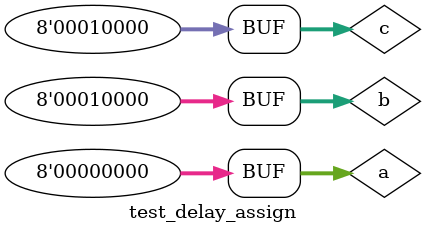
<source format=v>

module test_delay_assign;
  reg [7:0] a, b, c;

  initial begin
    a = 8'h00;
    b = #5 8'h10;    // Assignment with delay
    c = a + b;
  end
endmodule

</source>
